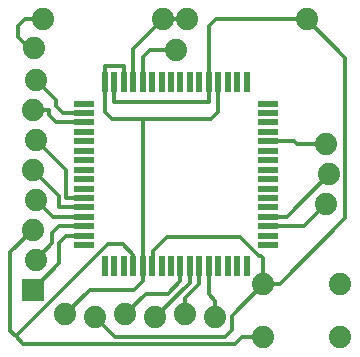
<source format=gbr>
G04 DipTrace 2.4.0.2*
%INTop.gbr*%
%MOMM*%
%ADD13C,0.3*%
%ADD15R,1.8X0.5*%
%ADD16R,0.5X1.8*%
%ADD18C,1.88*%
%FSLAX53Y53*%
G04*
G71*
G90*
G75*
G01*
%LNTop*%
%LPD*%
X8190Y2895D2*
D13*
X9868Y1217D1*
X19140D1*
X19740Y1817D1*
Y3043D1*
X22415Y5719D1*
X17800Y22800D2*
Y21150D1*
X9800D1*
Y22800D1*
X26080Y28125D2*
X18400D1*
X17800Y27525D1*
Y22800D1*
X22415Y5719D2*
X23805D1*
X29371Y11285D1*
Y24834D1*
X26080Y28125D1*
X22415Y5719D2*
Y7884D1*
X22188Y8111D1*
X22013D1*
X20437Y9687D1*
X14219D1*
X13080Y8549D1*
Y7280D1*
X13000Y7200D1*
X18600Y22800D2*
Y20300D1*
X18000Y19700D1*
X12200D1*
Y7200D1*
X10600Y22800D2*
Y24150D1*
X9000D1*
Y22800D1*
X12200Y7200D2*
Y5934D1*
X11504Y5238D1*
X7739D1*
X5650Y3149D1*
X9000Y22800D2*
Y20300D1*
X9600Y19700D1*
X12200D1*
X2895Y10314D2*
X995Y8414D1*
Y1727D1*
X1437Y1284D1*
X2105Y617D1*
X20049D1*
X20630Y1198D1*
X22415D1*
X11400Y7200D2*
Y8215D1*
X10540Y9074D1*
X9227D1*
X1437Y1284D1*
X3149Y23014D2*
X4884Y21278D1*
Y20800D1*
X5484Y20200D1*
X7200D1*
X2895Y20474D2*
X4284D1*
Y20000D1*
X4884Y19400D1*
X7200D1*
X15400Y7200D2*
Y5964D1*
X14306Y4871D1*
X12452D1*
X10730Y3149D1*
X13270Y2895D2*
X16200Y5825D1*
Y7200D1*
X15810Y3149D2*
Y4538D1*
X17000Y5728D1*
Y7200D1*
X18350Y2895D2*
Y4284D1*
X17800Y4834D1*
Y7200D1*
X15920Y28125D2*
X13913D1*
X11400Y25612D1*
Y22800D1*
X27727Y12460D2*
X25867Y10600D1*
X22800D1*
X27981Y15000D2*
X24381Y11400D1*
X22800D1*
X27727Y17540D2*
X25268D1*
X25008Y17800D1*
X22800D1*
X3149Y7774D2*
X4538Y9164D1*
Y10000D1*
X5138Y10600D1*
X7200D1*
X3149Y17934D2*
X5738Y15344D1*
Y13000D1*
X7200D1*
X2895Y15394D2*
X5138Y13150D1*
Y12200D1*
X7200D1*
X3149Y12854D2*
X4603Y11400D1*
X7200D1*
X3753Y28125D2*
X2240D1*
X1640Y27525D1*
Y26640D1*
X2580Y25701D1*
X3030D1*
X15000Y25520D2*
X12800D1*
X12200Y24920D1*
Y22800D1*
X2895Y5234D2*
X5138Y7478D1*
Y9200D1*
X5738Y9800D1*
X7200D1*
D15*
Y21000D3*
Y20200D3*
Y19400D3*
Y18600D3*
Y17800D3*
Y17000D3*
Y16200D3*
Y15400D3*
Y14600D3*
Y13800D3*
Y13000D3*
Y12200D3*
Y11400D3*
Y10600D3*
Y9800D3*
Y9000D3*
D16*
X9000Y7200D3*
X9800D3*
X10600D3*
X11400D3*
X12200D3*
X13000D3*
X13800D3*
X14600D3*
X15400D3*
X16200D3*
X17000D3*
X17800D3*
X18600D3*
X19400D3*
X20200D3*
X21000D3*
D15*
X22800Y9000D3*
Y9800D3*
Y10600D3*
Y11400D3*
Y12200D3*
Y13000D3*
Y13800D3*
Y14600D3*
Y15400D3*
Y16200D3*
Y17000D3*
Y17800D3*
Y18600D3*
Y19400D3*
Y20200D3*
Y21000D3*
D16*
X21000Y22800D3*
X20200D3*
X19400D3*
X18600D3*
X17800D3*
X17000D3*
X16200D3*
X15400D3*
X14600D3*
X13800D3*
X13000D3*
X12200D3*
X11400D3*
X10600D3*
X9800D3*
X9000D3*
D18*
X27727Y12460D3*
X27981Y15000D3*
X27727Y17540D3*
X22415Y5719D3*
X28918D3*
X22415Y1198D3*
X28918D3*
G36*
X3834Y4294D2*
X1955D1*
Y6174D1*
X3834D1*
Y4294D1*
G37*
D18*
X3149Y7774D3*
X2895Y10314D3*
X3149Y12854D3*
X2895Y15394D3*
X3149Y17934D3*
X2895Y20474D3*
X3149Y23014D3*
X3753Y28125D3*
X13913D3*
X15920D3*
X26080D3*
X3030Y25701D3*
X15000Y25520D3*
X5650Y3149D3*
X8190Y2895D3*
X10730Y3149D3*
X13270Y2895D3*
X15810Y3149D3*
X18350Y2895D3*
M02*

</source>
